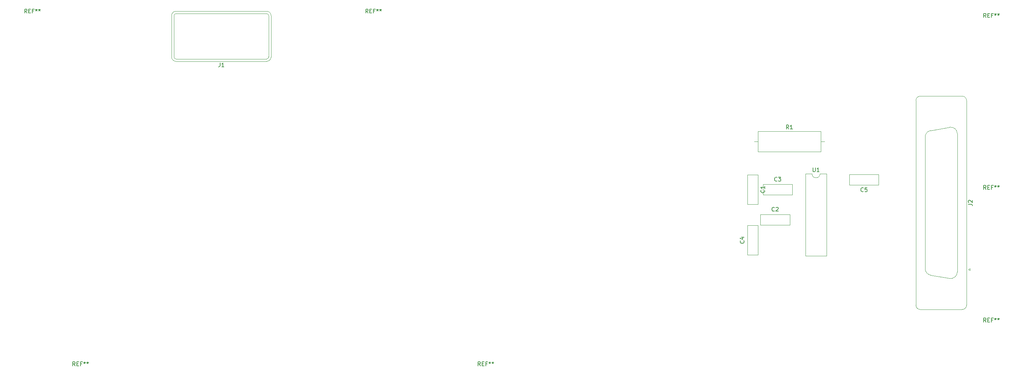
<source format=gbr>
G04 #@! TF.FileFunction,Legend,Top*
%FSLAX46Y46*%
G04 Gerber Fmt 4.6, Leading zero omitted, Abs format (unit mm)*
G04 Created by KiCad (PCBNEW 4.0.7) date 06/17/18 16:09:32*
%MOMM*%
%LPD*%
G01*
G04 APERTURE LIST*
%ADD10C,0.100000*%
%ADD11C,0.120000*%
%ADD12C,0.150000*%
G04 APERTURE END LIST*
D10*
D11*
X208810000Y-72310000D02*
X208810000Y-79630000D01*
X206190000Y-72310000D02*
X206190000Y-79630000D01*
X208810000Y-72310000D02*
X206190000Y-72310000D01*
X208810000Y-79630000D02*
X206190000Y-79630000D01*
X209445000Y-82190000D02*
X216765000Y-82190000D01*
X209445000Y-84810000D02*
X216765000Y-84810000D01*
X209445000Y-82190000D02*
X209445000Y-84810000D01*
X216765000Y-82190000D02*
X216765000Y-84810000D01*
X210090000Y-74690000D02*
X217410000Y-74690000D01*
X210090000Y-77310000D02*
X217410000Y-77310000D01*
X210090000Y-74690000D02*
X210090000Y-77310000D01*
X217410000Y-74690000D02*
X217410000Y-77310000D01*
X206190000Y-92250000D02*
X206190000Y-84930000D01*
X208810000Y-92250000D02*
X208810000Y-84930000D01*
X206190000Y-92250000D02*
X208810000Y-92250000D01*
X206190000Y-84930000D02*
X208810000Y-84930000D01*
X238910000Y-74810000D02*
X231590000Y-74810000D01*
X238910000Y-72190000D02*
X231590000Y-72190000D01*
X238910000Y-74810000D02*
X238910000Y-72190000D01*
X231590000Y-74810000D02*
X231590000Y-72190000D01*
X260810000Y-53750000D02*
G75*
G03X259750000Y-52690000I-1060000J0D01*
G01*
X259750000Y-105910000D02*
G75*
G03X260810000Y-104850000I0J1060000D01*
G01*
X248190000Y-53750000D02*
G75*
G02X249250000Y-52690000I1060000J0D01*
G01*
X248190000Y-104850000D02*
G75*
G03X249250000Y-105910000I1060000J0D01*
G01*
X256561744Y-60433530D02*
G75*
G02X258510000Y-62068311I288256J-1634781D01*
G01*
X256561744Y-98166470D02*
G75*
G03X258510000Y-96531689I288256J1634781D01*
G01*
X251861744Y-61262267D02*
G75*
G03X250490000Y-62897048I288256J-1634781D01*
G01*
X251861744Y-97337733D02*
G75*
G02X250490000Y-95702952I288256J1634781D01*
G01*
X260810000Y-53750000D02*
X260810000Y-104850000D01*
X259750000Y-105910000D02*
X249250000Y-105910000D01*
X248190000Y-104850000D02*
X248190000Y-53750000D01*
X249250000Y-52690000D02*
X259750000Y-52690000D01*
X261704338Y-95670000D02*
X261704338Y-96170000D01*
X261704338Y-96170000D02*
X261271325Y-95920000D01*
X261271325Y-95920000D02*
X261704338Y-95670000D01*
X258510000Y-62068311D02*
X258510000Y-96531689D01*
X250490000Y-62897048D02*
X250490000Y-95702952D01*
X256561744Y-98166470D02*
X251861744Y-97337733D01*
X256561744Y-60433530D02*
X251861744Y-61262267D01*
X224305000Y-72060000D02*
G75*
G02X222305000Y-72060000I-1000000J0D01*
G01*
X222305000Y-72060000D02*
X220655000Y-72060000D01*
X220655000Y-72060000D02*
X220655000Y-92500000D01*
X220655000Y-92500000D02*
X225955000Y-92500000D01*
X225955000Y-92500000D02*
X225955000Y-72060000D01*
X225955000Y-72060000D02*
X224305000Y-72060000D01*
X208850000Y-61440000D02*
X208850000Y-66560000D01*
X208850000Y-66560000D02*
X224470000Y-66560000D01*
X224470000Y-66560000D02*
X224470000Y-61440000D01*
X224470000Y-61440000D02*
X208850000Y-61440000D01*
X207880000Y-64000000D02*
X208850000Y-64000000D01*
X225440000Y-64000000D02*
X224470000Y-64000000D01*
D10*
X86400000Y-43400000D02*
G75*
G03X86900000Y-42900000I0J500000D01*
G01*
X63800000Y-43400000D02*
G75*
G02X63300000Y-42900000I0J500000D01*
G01*
X86400000Y-32100000D02*
G75*
G02X86900000Y-32600000I0J-500000D01*
G01*
X63800000Y-32100000D02*
G75*
G03X63300000Y-32600000I0J-500000D01*
G01*
D11*
X86400000Y-44000000D02*
G75*
G03X87500000Y-42900000I0J1100000D01*
G01*
X63800000Y-44000000D02*
G75*
G02X62700000Y-42900000I0J1100000D01*
G01*
X86400000Y-31500000D02*
G75*
G02X87500000Y-32600000I0J-1100000D01*
G01*
X63800000Y-31500000D02*
G75*
G03X62700000Y-32600000I0J-1100000D01*
G01*
D10*
X86400000Y-43400000D02*
X63800000Y-43400000D01*
X86400000Y-32100000D02*
X63800000Y-32100000D01*
X86900000Y-42900000D02*
X86900000Y-32600000D01*
X63300000Y-42900000D02*
X63300000Y-32600000D01*
D11*
X86400000Y-44000000D02*
X63800000Y-44000000D01*
X86400000Y-31500000D02*
X63800000Y-31500000D01*
X87500000Y-42900000D02*
X87500000Y-32600000D01*
X62700000Y-42900000D02*
X62700000Y-32600000D01*
D12*
X210417143Y-76136666D02*
X210464762Y-76184285D01*
X210512381Y-76327142D01*
X210512381Y-76422380D01*
X210464762Y-76565238D01*
X210369524Y-76660476D01*
X210274286Y-76708095D01*
X210083810Y-76755714D01*
X209940952Y-76755714D01*
X209750476Y-76708095D01*
X209655238Y-76660476D01*
X209560000Y-76565238D01*
X209512381Y-76422380D01*
X209512381Y-76327142D01*
X209560000Y-76184285D01*
X209607619Y-76136666D01*
X210512381Y-75184285D02*
X210512381Y-75755714D01*
X210512381Y-75470000D02*
X209512381Y-75470000D01*
X209655238Y-75565238D01*
X209750476Y-75660476D01*
X209798095Y-75755714D01*
X212938334Y-81297143D02*
X212890715Y-81344762D01*
X212747858Y-81392381D01*
X212652620Y-81392381D01*
X212509762Y-81344762D01*
X212414524Y-81249524D01*
X212366905Y-81154286D01*
X212319286Y-80963810D01*
X212319286Y-80820952D01*
X212366905Y-80630476D01*
X212414524Y-80535238D01*
X212509762Y-80440000D01*
X212652620Y-80392381D01*
X212747858Y-80392381D01*
X212890715Y-80440000D01*
X212938334Y-80487619D01*
X213319286Y-80487619D02*
X213366905Y-80440000D01*
X213462143Y-80392381D01*
X213700239Y-80392381D01*
X213795477Y-80440000D01*
X213843096Y-80487619D01*
X213890715Y-80582857D01*
X213890715Y-80678095D01*
X213843096Y-80820952D01*
X213271667Y-81392381D01*
X213890715Y-81392381D01*
X213583334Y-73797143D02*
X213535715Y-73844762D01*
X213392858Y-73892381D01*
X213297620Y-73892381D01*
X213154762Y-73844762D01*
X213059524Y-73749524D01*
X213011905Y-73654286D01*
X212964286Y-73463810D01*
X212964286Y-73320952D01*
X213011905Y-73130476D01*
X213059524Y-73035238D01*
X213154762Y-72940000D01*
X213297620Y-72892381D01*
X213392858Y-72892381D01*
X213535715Y-72940000D01*
X213583334Y-72987619D01*
X213916667Y-72892381D02*
X214535715Y-72892381D01*
X214202381Y-73273333D01*
X214345239Y-73273333D01*
X214440477Y-73320952D01*
X214488096Y-73368571D01*
X214535715Y-73463810D01*
X214535715Y-73701905D01*
X214488096Y-73797143D01*
X214440477Y-73844762D01*
X214345239Y-73892381D01*
X214059524Y-73892381D01*
X213964286Y-73844762D01*
X213916667Y-73797143D01*
X205297143Y-88756666D02*
X205344762Y-88804285D01*
X205392381Y-88947142D01*
X205392381Y-89042380D01*
X205344762Y-89185238D01*
X205249524Y-89280476D01*
X205154286Y-89328095D01*
X204963810Y-89375714D01*
X204820952Y-89375714D01*
X204630476Y-89328095D01*
X204535238Y-89280476D01*
X204440000Y-89185238D01*
X204392381Y-89042380D01*
X204392381Y-88947142D01*
X204440000Y-88804285D01*
X204487619Y-88756666D01*
X204725714Y-87899523D02*
X205392381Y-87899523D01*
X204344762Y-88137619D02*
X205059048Y-88375714D01*
X205059048Y-87756666D01*
X235083334Y-76417143D02*
X235035715Y-76464762D01*
X234892858Y-76512381D01*
X234797620Y-76512381D01*
X234654762Y-76464762D01*
X234559524Y-76369524D01*
X234511905Y-76274286D01*
X234464286Y-76083810D01*
X234464286Y-75940952D01*
X234511905Y-75750476D01*
X234559524Y-75655238D01*
X234654762Y-75560000D01*
X234797620Y-75512381D01*
X234892858Y-75512381D01*
X235035715Y-75560000D01*
X235083334Y-75607619D01*
X235988096Y-75512381D02*
X235511905Y-75512381D01*
X235464286Y-75988571D01*
X235511905Y-75940952D01*
X235607143Y-75893333D01*
X235845239Y-75893333D01*
X235940477Y-75940952D01*
X235988096Y-75988571D01*
X236035715Y-76083810D01*
X236035715Y-76321905D01*
X235988096Y-76417143D01*
X235940477Y-76464762D01*
X235845239Y-76512381D01*
X235607143Y-76512381D01*
X235511905Y-76464762D01*
X235464286Y-76417143D01*
X261262381Y-79633333D02*
X261976667Y-79633333D01*
X262119524Y-79680953D01*
X262214762Y-79776191D01*
X262262381Y-79919048D01*
X262262381Y-80014286D01*
X261357619Y-79204762D02*
X261310000Y-79157143D01*
X261262381Y-79061905D01*
X261262381Y-78823809D01*
X261310000Y-78728571D01*
X261357619Y-78680952D01*
X261452857Y-78633333D01*
X261548095Y-78633333D01*
X261690952Y-78680952D01*
X262262381Y-79252381D01*
X262262381Y-78633333D01*
X222543095Y-70512381D02*
X222543095Y-71321905D01*
X222590714Y-71417143D01*
X222638333Y-71464762D01*
X222733571Y-71512381D01*
X222924048Y-71512381D01*
X223019286Y-71464762D01*
X223066905Y-71417143D01*
X223114524Y-71321905D01*
X223114524Y-70512381D01*
X224114524Y-71512381D02*
X223543095Y-71512381D01*
X223828809Y-71512381D02*
X223828809Y-70512381D01*
X223733571Y-70655238D01*
X223638333Y-70750476D01*
X223543095Y-70798095D01*
X216493334Y-60892381D02*
X216160000Y-60416190D01*
X215921905Y-60892381D02*
X215921905Y-59892381D01*
X216302858Y-59892381D01*
X216398096Y-59940000D01*
X216445715Y-59987619D01*
X216493334Y-60082857D01*
X216493334Y-60225714D01*
X216445715Y-60320952D01*
X216398096Y-60368571D01*
X216302858Y-60416190D01*
X215921905Y-60416190D01*
X217445715Y-60892381D02*
X216874286Y-60892381D01*
X217160000Y-60892381D02*
X217160000Y-59892381D01*
X217064762Y-60035238D01*
X216969524Y-60130476D01*
X216874286Y-60178095D01*
X74766667Y-44352381D02*
X74766667Y-45066667D01*
X74719047Y-45209524D01*
X74623809Y-45304762D01*
X74480952Y-45352381D01*
X74385714Y-45352381D01*
X75766667Y-45352381D02*
X75195238Y-45352381D01*
X75480952Y-45352381D02*
X75480952Y-44352381D01*
X75385714Y-44495238D01*
X75290476Y-44590476D01*
X75195238Y-44638095D01*
X139666667Y-119952381D02*
X139333333Y-119476190D01*
X139095238Y-119952381D02*
X139095238Y-118952381D01*
X139476191Y-118952381D01*
X139571429Y-119000000D01*
X139619048Y-119047619D01*
X139666667Y-119142857D01*
X139666667Y-119285714D01*
X139619048Y-119380952D01*
X139571429Y-119428571D01*
X139476191Y-119476190D01*
X139095238Y-119476190D01*
X140095238Y-119428571D02*
X140428572Y-119428571D01*
X140571429Y-119952381D02*
X140095238Y-119952381D01*
X140095238Y-118952381D01*
X140571429Y-118952381D01*
X141333334Y-119428571D02*
X141000000Y-119428571D01*
X141000000Y-119952381D02*
X141000000Y-118952381D01*
X141476191Y-118952381D01*
X142000000Y-118952381D02*
X142000000Y-119190476D01*
X141761905Y-119095238D02*
X142000000Y-119190476D01*
X142238096Y-119095238D01*
X141857143Y-119380952D02*
X142000000Y-119190476D01*
X142142858Y-119380952D01*
X142761905Y-118952381D02*
X142761905Y-119190476D01*
X142523810Y-119095238D02*
X142761905Y-119190476D01*
X143000001Y-119095238D01*
X142619048Y-119380952D02*
X142761905Y-119190476D01*
X142904763Y-119380952D01*
X38666667Y-119952381D02*
X38333333Y-119476190D01*
X38095238Y-119952381D02*
X38095238Y-118952381D01*
X38476191Y-118952381D01*
X38571429Y-119000000D01*
X38619048Y-119047619D01*
X38666667Y-119142857D01*
X38666667Y-119285714D01*
X38619048Y-119380952D01*
X38571429Y-119428571D01*
X38476191Y-119476190D01*
X38095238Y-119476190D01*
X39095238Y-119428571D02*
X39428572Y-119428571D01*
X39571429Y-119952381D02*
X39095238Y-119952381D01*
X39095238Y-118952381D01*
X39571429Y-118952381D01*
X40333334Y-119428571D02*
X40000000Y-119428571D01*
X40000000Y-119952381D02*
X40000000Y-118952381D01*
X40476191Y-118952381D01*
X41000000Y-118952381D02*
X41000000Y-119190476D01*
X40761905Y-119095238D02*
X41000000Y-119190476D01*
X41238096Y-119095238D01*
X40857143Y-119380952D02*
X41000000Y-119190476D01*
X41142858Y-119380952D01*
X41761905Y-118952381D02*
X41761905Y-119190476D01*
X41523810Y-119095238D02*
X41761905Y-119190476D01*
X42000001Y-119095238D01*
X41619048Y-119380952D02*
X41761905Y-119190476D01*
X41904763Y-119380952D01*
X265666667Y-75952381D02*
X265333333Y-75476190D01*
X265095238Y-75952381D02*
X265095238Y-74952381D01*
X265476191Y-74952381D01*
X265571429Y-75000000D01*
X265619048Y-75047619D01*
X265666667Y-75142857D01*
X265666667Y-75285714D01*
X265619048Y-75380952D01*
X265571429Y-75428571D01*
X265476191Y-75476190D01*
X265095238Y-75476190D01*
X266095238Y-75428571D02*
X266428572Y-75428571D01*
X266571429Y-75952381D02*
X266095238Y-75952381D01*
X266095238Y-74952381D01*
X266571429Y-74952381D01*
X267333334Y-75428571D02*
X267000000Y-75428571D01*
X267000000Y-75952381D02*
X267000000Y-74952381D01*
X267476191Y-74952381D01*
X268000000Y-74952381D02*
X268000000Y-75190476D01*
X267761905Y-75095238D02*
X268000000Y-75190476D01*
X268238096Y-75095238D01*
X267857143Y-75380952D02*
X268000000Y-75190476D01*
X268142858Y-75380952D01*
X268761905Y-74952381D02*
X268761905Y-75190476D01*
X268523810Y-75095238D02*
X268761905Y-75190476D01*
X269000001Y-75095238D01*
X268619048Y-75380952D02*
X268761905Y-75190476D01*
X268904763Y-75380952D01*
X26666667Y-31952381D02*
X26333333Y-31476190D01*
X26095238Y-31952381D02*
X26095238Y-30952381D01*
X26476191Y-30952381D01*
X26571429Y-31000000D01*
X26619048Y-31047619D01*
X26666667Y-31142857D01*
X26666667Y-31285714D01*
X26619048Y-31380952D01*
X26571429Y-31428571D01*
X26476191Y-31476190D01*
X26095238Y-31476190D01*
X27095238Y-31428571D02*
X27428572Y-31428571D01*
X27571429Y-31952381D02*
X27095238Y-31952381D01*
X27095238Y-30952381D01*
X27571429Y-30952381D01*
X28333334Y-31428571D02*
X28000000Y-31428571D01*
X28000000Y-31952381D02*
X28000000Y-30952381D01*
X28476191Y-30952381D01*
X29000000Y-30952381D02*
X29000000Y-31190476D01*
X28761905Y-31095238D02*
X29000000Y-31190476D01*
X29238096Y-31095238D01*
X28857143Y-31380952D02*
X29000000Y-31190476D01*
X29142858Y-31380952D01*
X29761905Y-30952381D02*
X29761905Y-31190476D01*
X29523810Y-31095238D02*
X29761905Y-31190476D01*
X30000001Y-31095238D01*
X29619048Y-31380952D02*
X29761905Y-31190476D01*
X29904763Y-31380952D01*
X111666667Y-31952381D02*
X111333333Y-31476190D01*
X111095238Y-31952381D02*
X111095238Y-30952381D01*
X111476191Y-30952381D01*
X111571429Y-31000000D01*
X111619048Y-31047619D01*
X111666667Y-31142857D01*
X111666667Y-31285714D01*
X111619048Y-31380952D01*
X111571429Y-31428571D01*
X111476191Y-31476190D01*
X111095238Y-31476190D01*
X112095238Y-31428571D02*
X112428572Y-31428571D01*
X112571429Y-31952381D02*
X112095238Y-31952381D01*
X112095238Y-30952381D01*
X112571429Y-30952381D01*
X113333334Y-31428571D02*
X113000000Y-31428571D01*
X113000000Y-31952381D02*
X113000000Y-30952381D01*
X113476191Y-30952381D01*
X114000000Y-30952381D02*
X114000000Y-31190476D01*
X113761905Y-31095238D02*
X114000000Y-31190476D01*
X114238096Y-31095238D01*
X113857143Y-31380952D02*
X114000000Y-31190476D01*
X114142858Y-31380952D01*
X114761905Y-30952381D02*
X114761905Y-31190476D01*
X114523810Y-31095238D02*
X114761905Y-31190476D01*
X115000001Y-31095238D01*
X114619048Y-31380952D02*
X114761905Y-31190476D01*
X114904763Y-31380952D01*
X265666667Y-33052381D02*
X265333333Y-32576190D01*
X265095238Y-33052381D02*
X265095238Y-32052381D01*
X265476191Y-32052381D01*
X265571429Y-32100000D01*
X265619048Y-32147619D01*
X265666667Y-32242857D01*
X265666667Y-32385714D01*
X265619048Y-32480952D01*
X265571429Y-32528571D01*
X265476191Y-32576190D01*
X265095238Y-32576190D01*
X266095238Y-32528571D02*
X266428572Y-32528571D01*
X266571429Y-33052381D02*
X266095238Y-33052381D01*
X266095238Y-32052381D01*
X266571429Y-32052381D01*
X267333334Y-32528571D02*
X267000000Y-32528571D01*
X267000000Y-33052381D02*
X267000000Y-32052381D01*
X267476191Y-32052381D01*
X268000000Y-32052381D02*
X268000000Y-32290476D01*
X267761905Y-32195238D02*
X268000000Y-32290476D01*
X268238096Y-32195238D01*
X267857143Y-32480952D02*
X268000000Y-32290476D01*
X268142858Y-32480952D01*
X268761905Y-32052381D02*
X268761905Y-32290476D01*
X268523810Y-32195238D02*
X268761905Y-32290476D01*
X269000001Y-32195238D01*
X268619048Y-32480952D02*
X268761905Y-32290476D01*
X268904763Y-32480952D01*
X265666667Y-109052381D02*
X265333333Y-108576190D01*
X265095238Y-109052381D02*
X265095238Y-108052381D01*
X265476191Y-108052381D01*
X265571429Y-108100000D01*
X265619048Y-108147619D01*
X265666667Y-108242857D01*
X265666667Y-108385714D01*
X265619048Y-108480952D01*
X265571429Y-108528571D01*
X265476191Y-108576190D01*
X265095238Y-108576190D01*
X266095238Y-108528571D02*
X266428572Y-108528571D01*
X266571429Y-109052381D02*
X266095238Y-109052381D01*
X266095238Y-108052381D01*
X266571429Y-108052381D01*
X267333334Y-108528571D02*
X267000000Y-108528571D01*
X267000000Y-109052381D02*
X267000000Y-108052381D01*
X267476191Y-108052381D01*
X268000000Y-108052381D02*
X268000000Y-108290476D01*
X267761905Y-108195238D02*
X268000000Y-108290476D01*
X268238096Y-108195238D01*
X267857143Y-108480952D02*
X268000000Y-108290476D01*
X268142858Y-108480952D01*
X268761905Y-108052381D02*
X268761905Y-108290476D01*
X268523810Y-108195238D02*
X268761905Y-108290476D01*
X269000001Y-108195238D01*
X268619048Y-108480952D02*
X268761905Y-108290476D01*
X268904763Y-108480952D01*
M02*

</source>
